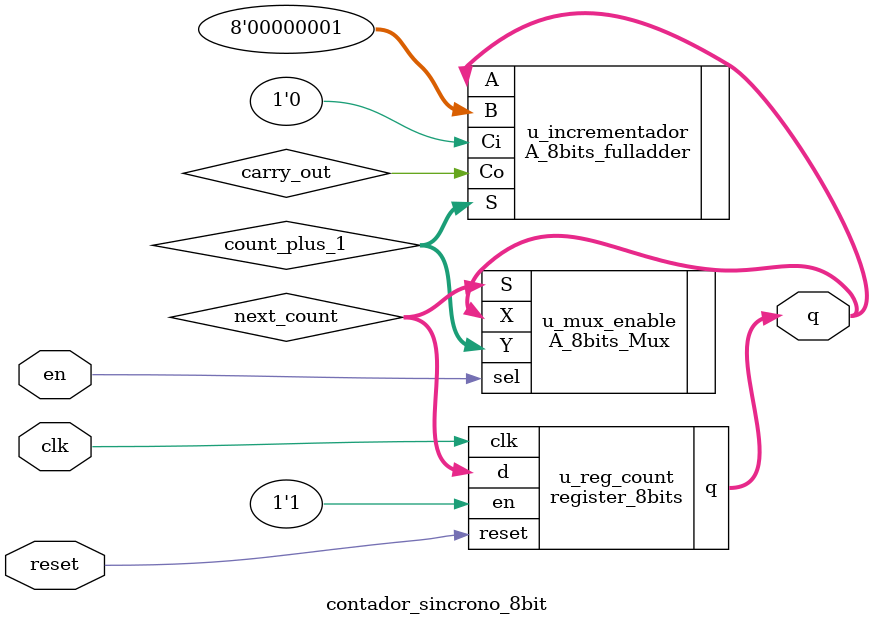
<source format=v>
module multiplicador_8x8(
    // --- Entradas Físicas da Placa DE10-Lite ---
    input  wire        clk,
    input  wire        reset,
    input  wire        start,
    input  wire [7:0]  A,
    input  wire [7:0]  B,
    
    // --- Saídas para a Placa ---
    output wire [15:0] out,
    output wire        busy,
    output wire        done
);
    wire [15:0] acc, acc_next;
    wire [7:0]  count;
    wire        carry;
    wire        enable_logic;
    wire        not_done;

    // --- Lógica de Controle ---
    not u_not_done (not_done, done);
    and u_is_busy (enable_logic, start, not_done);
    
    buffer_1bit u_busy_led (.in(enable_logic), .out(busy));

    // --- Contador Síncrono de 8 bits ---
    contador_sincrono_8bit ctr(
        .clk(clk),
        .en(enable_logic),
        .reset(reset),
        .q(count)
    );

    // --- Comparador para parar quando count == B ---
    comparador_8bit cmp(
        .equal(done),
        .A(count),
        .B(B)
    );

    // --- Somador de 16 bits: acc_next = acc + A ---
    A_16bits_fulladder u_sum(
        .A(acc),
        .B({8'b0, A}),
        .S(acc_next),
        .Cout(carry)
    );

    // --- Registrador de acumulador (16 bits) síncrono ---
    register_16bits reg_acc(
        .clk(clk),
        .en(enable_logic),
        .reset(reset),
        .d(acc_next),
        .q(acc)
    );

    // --- Registrador de Saída (16 bits) síncrono ---
    register_16bits reg_out(
        .clk(clk),
        .en(done),
        .reset(reset),
        .d(acc),
        .q(out)
    );
endmodule

// ============================================================================
// SEÇÃO 1: BLOCOS DE CONSTRUÇÃO FUNDAMENTAIS
// ============================================================================

module d_flip_flop_with_reset(
    input  wire clk,
    input  wire reset,
    input  wire d,
    output reg  q
);
    always @(posedge clk or posedge reset) begin
        if (reset) begin
            q <= 1'b0;
        end else begin
            q <= d;
        end
    end
endmodule

module buffer_1bit(
    input  wire in,
    output wire out
);
    wire temp_inv;
    not u_inv1(temp_inv, in);
    not u_inv2(out, temp_inv);
endmodule

module comparador_4bit (
    output wire equal,
    input  wire [3:0] A,
    input  wire [3:0] B
);
    wire [3:0] xnor_bits;
    xnor (xnor_bits[0], A[0], B[0]);
    xnor (xnor_bits[1], A[1], B[1]);
    xnor (xnor_bits[2], A[2], B[2]);
    xnor (xnor_bits[3], A[3], B[3]);
    and (equal, xnor_bits[0], xnor_bits[1], xnor_bits[2], xnor_bits[3]);
endmodule

module comparador_8bit (
    output wire equal,
    input  wire [7:0] A,
    input  wire [7:0] B
);
    wire [7:0] xnor_bits;
    wire eq_low, eq_high;
    
    xnor (xnor_bits[0], A[0], B[0]);
    xnor (xnor_bits[1], A[1], B[1]);
    xnor (xnor_bits[2], A[2], B[2]);
    xnor (xnor_bits[3], A[3], B[3]);
    xnor (xnor_bits[4], A[4], B[4]);
    xnor (xnor_bits[5], A[5], B[5]);
    xnor (xnor_bits[6], A[6], B[6]);
    xnor (xnor_bits[7], A[7], B[7]);
    
    and (eq_low, xnor_bits[0], xnor_bits[1], xnor_bits[2], xnor_bits[3]);
    and (eq_high, xnor_bits[4], xnor_bits[5], xnor_bits[6], xnor_bits[7]);
    and (equal, eq_low, eq_high);
endmodule

// ============================================================================
// SEÇÃO 4: FLIP-FLOPS E REGISTRADORES
// ============================================================================

module d_flip_flop_with_enable_and_reset(
    input  wire clk,
    input  wire reset,
    input  wire load,
    input  wire d,
    output wire q
);
    wire d_mux_out;
    wire q_feedback;
    A_1bit_Mux u_mux_enable ( .sel(load), .X(q_feedback), .Y(d), .S(d_mux_out) );
    d_flip_flop_with_reset u_dff ( .clk(clk), .reset(reset), .d(d_mux_out), .q(q) );
    buffer_1bit u_feedback_buffer (.in(q), .out(q_feedback));
endmodule

module register_4bits(
    input  wire       clk,
    input  wire       en,
    input  wire       reset,
    input  wire [3:0] d,
    output wire [3:0] q
);
    d_flip_flop_with_enable_and_reset ff0 (.clk(clk), .reset(reset), .load(en), .d(d[0]), .q(q[0]));
    d_flip_flop_with_enable_and_reset ff1 (.clk(clk), .reset(reset), .load(en), .d(d[1]), .q(q[1]));
    d_flip_flop_with_enable_and_reset ff2 (.clk(clk), .reset(reset), .load(en), .d(d[2]), .q(q[2]));
    d_flip_flop_with_enable_and_reset ff3 (.clk(clk), .reset(reset), .load(en), .d(d[3]), .q(q[3]));
endmodule

module register_8bits(
    input  wire       clk,
    input  wire       en,
    input  wire       reset,
    input  wire [7:0] d,
    output wire [7:0] q
);
    d_flip_flop_with_enable_and_reset ff0 (.clk(clk), .reset(reset), .load(en), .d(d[0]), .q(q[0]));
    d_flip_flop_with_enable_and_reset ff1 (.clk(clk), .reset(reset), .load(en), .d(d[1]), .q(q[1]));
    d_flip_flop_with_enable_and_reset ff2 (.clk(clk), .reset(reset), .load(en), .d(d[2]), .q(q[2]));
    d_flip_flop_with_enable_and_reset ff3 (.clk(clk), .reset(reset), .load(en), .d(d[3]), .q(q[3]));
    d_flip_flop_with_enable_and_reset ff4 (.clk(clk), .reset(reset), .load(en), .d(d[4]), .q(q[4]));
    d_flip_flop_with_enable_and_reset ff5 (.clk(clk), .reset(reset), .load(en), .d(d[5]), .q(q[5]));
    d_flip_flop_with_enable_and_reset ff6 (.clk(clk), .reset(reset), .load(en), .d(d[6]), .q(q[6]));
    d_flip_flop_with_enable_and_reset ff7 (.clk(clk), .reset(reset), .load(en), .d(d[7]), .q(q[7]));
endmodule

module register_16bits(
    input  wire        clk,
    input  wire        en,
    input  wire        reset,
    input  wire [15:0] d,
    output wire [15:0] q
);
    d_flip_flop_with_enable_and_reset ff0 (.clk(clk), .reset(reset), .load(en), .d(d[0]), .q(q[0]));
    d_flip_flop_with_enable_and_reset ff1 (.clk(clk), .reset(reset), .load(en), .d(d[1]), .q(q[1]));
    d_flip_flop_with_enable_and_reset ff2 (.clk(clk), .reset(reset), .load(en), .d(d[2]), .q(q[2]));
    d_flip_flop_with_enable_and_reset ff3 (.clk(clk), .reset(reset), .load(en), .d(d[3]), .q(q[3]));
    d_flip_flop_with_enable_and_reset ff4 (.clk(clk), .reset(reset), .load(en), .d(d[4]), .q(q[4]));
    d_flip_flop_with_enable_and_reset ff5 (.clk(clk), .reset(reset), .load(en), .d(d[5]), .q(q[5]));
    d_flip_flop_with_enable_and_reset ff6 (.clk(clk), .reset(reset), .load(en), .d(d[6]), .q(q[6]));
    d_flip_flop_with_enable_and_reset ff7 (.clk(clk), .reset(reset), .load(en), .d(d[7]), .q(q[7]));
    d_flip_flop_with_enable_and_reset ff8 (.clk(clk), .reset(reset), .load(en), .d(d[8]), .q(q[8]));
    d_flip_flop_with_enable_and_reset ff9 (.clk(clk), .reset(reset), .load(en), .d(d[9]), .q(q[9]));
    d_flip_flop_with_enable_and_reset ff10 (.clk(clk), .reset(reset), .load(en), .d(d[10]), .q(q[10]));
    d_flip_flop_with_enable_and_reset ff11 (.clk(clk), .reset(reset), .load(en), .d(d[11]), .q(q[11]));
    d_flip_flop_with_enable_and_reset ff12 (.clk(clk), .reset(reset), .load(en), .d(d[12]), .q(q[12]));
    d_flip_flop_with_enable_and_reset ff13 (.clk(clk), .reset(reset), .load(en), .d(d[13]), .q(q[13]));
    d_flip_flop_with_enable_and_reset ff14 (.clk(clk), .reset(reset), .load(en), .d(d[14]), .q(q[14]));
    d_flip_flop_with_enable_and_reset ff15 (.clk(clk), .reset(reset), .load(en), .d(d[15]), .q(q[15]));
endmodule

// ============================================================================
// SEÇÃO 5: CONTADORES
// ============================================================================

module contador_sincrono_4bit(
    input  wire       clk,
    input  wire       en,
    input  wire       reset,
    output wire [3:0] q
);
    wire [3:0] count_plus_1;
    wire       carry_out;
    wire [3:0] next_count;

    A_4Bits_fulladder u_incrementador(
        .A(q),
        .B(4'b0001),
        .C(1'b0),
        .S(count_plus_1),
        .Cout(carry_out)
    );

    A_4bits_Mux u_mux_enable(
        .sel(en),
        .X(q),
        .Y(count_plus_1),
        .S(next_count)
    );

    register_4bits u_reg_count(
        .clk(clk),
        .en(1'b1),
        .reset(reset),
        .d(next_count),
        .q(q)
    );
endmodule

module contador_sincrono_8bit(
    input  wire       clk,
    input  wire       en,
    input  wire       reset,
    output wire [7:0] q
);
    wire [7:0] count_plus_1;
    wire       carry_out;
    wire [7:0] next_count;

    A_8bits_fulladder u_incrementador(
		  .S(count_plus_1),
		  .Co(carry_out),
        .A(q),
        .B(8'b00000001),
        .Ci(1'b0)
        
    );

    A_8bits_Mux u_mux_enable(
        .sel(en),
        .X(q),
        .Y(count_plus_1),
        .S(next_count)
    );

    register_8bits u_reg_count(
        .clk(clk),
        .en(1'b1),
        .reset(reset),
        .d(next_count),
        .q(q)
    );
endmodule
</source>
